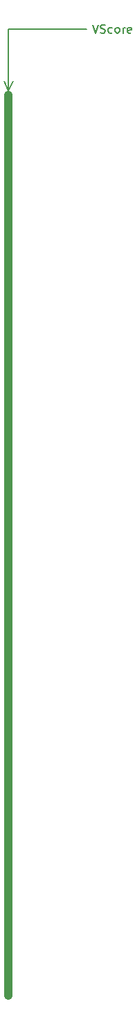
<source format=gbr>
G04 #@! TF.GenerationSoftware,KiCad,Pcbnew,8.0.2-1*
G04 #@! TF.CreationDate,2024-06-17T09:47:28+02:00*
G04 #@! TF.ProjectId,3320,33333230-2e6b-4696-9361-645f70636258,rev?*
G04 #@! TF.SameCoordinates,Original*
G04 #@! TF.FileFunction,Other,User*
%FSLAX46Y46*%
G04 Gerber Fmt 4.6, Leading zero omitted, Abs format (unit mm)*
G04 Created by KiCad (PCBNEW 8.0.2-1) date 2024-06-17 09:47:28*
%MOMM*%
%LPD*%
G01*
G04 APERTURE LIST*
%ADD10C,0.150000*%
%ADD11C,1.000000*%
G04 APERTURE END LIST*
D10*
X100000000Y-160000000D02*
X100000000Y-160000000D01*
D11*
X100500000Y-50000000D02*
X100500000Y-160000000D01*
D10*
X110771428Y-41454819D02*
X111104761Y-42454819D01*
X111104761Y-42454819D02*
X111438094Y-41454819D01*
X111723809Y-42407200D02*
X111866666Y-42454819D01*
X111866666Y-42454819D02*
X112104761Y-42454819D01*
X112104761Y-42454819D02*
X112199999Y-42407200D01*
X112199999Y-42407200D02*
X112247618Y-42359580D01*
X112247618Y-42359580D02*
X112295237Y-42264342D01*
X112295237Y-42264342D02*
X112295237Y-42169104D01*
X112295237Y-42169104D02*
X112247618Y-42073866D01*
X112247618Y-42073866D02*
X112199999Y-42026247D01*
X112199999Y-42026247D02*
X112104761Y-41978628D01*
X112104761Y-41978628D02*
X111914285Y-41931009D01*
X111914285Y-41931009D02*
X111819047Y-41883390D01*
X111819047Y-41883390D02*
X111771428Y-41835771D01*
X111771428Y-41835771D02*
X111723809Y-41740533D01*
X111723809Y-41740533D02*
X111723809Y-41645295D01*
X111723809Y-41645295D02*
X111771428Y-41550057D01*
X111771428Y-41550057D02*
X111819047Y-41502438D01*
X111819047Y-41502438D02*
X111914285Y-41454819D01*
X111914285Y-41454819D02*
X112152380Y-41454819D01*
X112152380Y-41454819D02*
X112295237Y-41502438D01*
X113152380Y-42407200D02*
X113057142Y-42454819D01*
X113057142Y-42454819D02*
X112866666Y-42454819D01*
X112866666Y-42454819D02*
X112771428Y-42407200D01*
X112771428Y-42407200D02*
X112723809Y-42359580D01*
X112723809Y-42359580D02*
X112676190Y-42264342D01*
X112676190Y-42264342D02*
X112676190Y-41978628D01*
X112676190Y-41978628D02*
X112723809Y-41883390D01*
X112723809Y-41883390D02*
X112771428Y-41835771D01*
X112771428Y-41835771D02*
X112866666Y-41788152D01*
X112866666Y-41788152D02*
X113057142Y-41788152D01*
X113057142Y-41788152D02*
X113152380Y-41835771D01*
X113723809Y-42454819D02*
X113628571Y-42407200D01*
X113628571Y-42407200D02*
X113580952Y-42359580D01*
X113580952Y-42359580D02*
X113533333Y-42264342D01*
X113533333Y-42264342D02*
X113533333Y-41978628D01*
X113533333Y-41978628D02*
X113580952Y-41883390D01*
X113580952Y-41883390D02*
X113628571Y-41835771D01*
X113628571Y-41835771D02*
X113723809Y-41788152D01*
X113723809Y-41788152D02*
X113866666Y-41788152D01*
X113866666Y-41788152D02*
X113961904Y-41835771D01*
X113961904Y-41835771D02*
X114009523Y-41883390D01*
X114009523Y-41883390D02*
X114057142Y-41978628D01*
X114057142Y-41978628D02*
X114057142Y-42264342D01*
X114057142Y-42264342D02*
X114009523Y-42359580D01*
X114009523Y-42359580D02*
X113961904Y-42407200D01*
X113961904Y-42407200D02*
X113866666Y-42454819D01*
X113866666Y-42454819D02*
X113723809Y-42454819D01*
X114485714Y-42454819D02*
X114485714Y-41788152D01*
X114485714Y-41978628D02*
X114533333Y-41883390D01*
X114533333Y-41883390D02*
X114580952Y-41835771D01*
X114580952Y-41835771D02*
X114676190Y-41788152D01*
X114676190Y-41788152D02*
X114771428Y-41788152D01*
X115485714Y-42407200D02*
X115390476Y-42454819D01*
X115390476Y-42454819D02*
X115200000Y-42454819D01*
X115200000Y-42454819D02*
X115104762Y-42407200D01*
X115104762Y-42407200D02*
X115057143Y-42311961D01*
X115057143Y-42311961D02*
X115057143Y-41931009D01*
X115057143Y-41931009D02*
X115104762Y-41835771D01*
X115104762Y-41835771D02*
X115200000Y-41788152D01*
X115200000Y-41788152D02*
X115390476Y-41788152D01*
X115390476Y-41788152D02*
X115485714Y-41835771D01*
X115485714Y-41835771D02*
X115533333Y-41931009D01*
X115533333Y-41931009D02*
X115533333Y-42026247D01*
X115533333Y-42026247D02*
X115057143Y-42121485D01*
X100500000Y-49500000D02*
X100500000Y-42000000D01*
X100500000Y-49500000D02*
X99913579Y-48373496D01*
X100500000Y-49500000D02*
X101086421Y-48373496D01*
X100500000Y-42000000D02*
X110051190Y-42000000D01*
X100500000Y-49500000D02*
X100500000Y-42000000D01*
X100500000Y-49500000D02*
X99913579Y-48373496D01*
X100500000Y-49500000D02*
X101086421Y-48373496D01*
X100500000Y-42000000D02*
X110051190Y-42000000D01*
M02*

</source>
